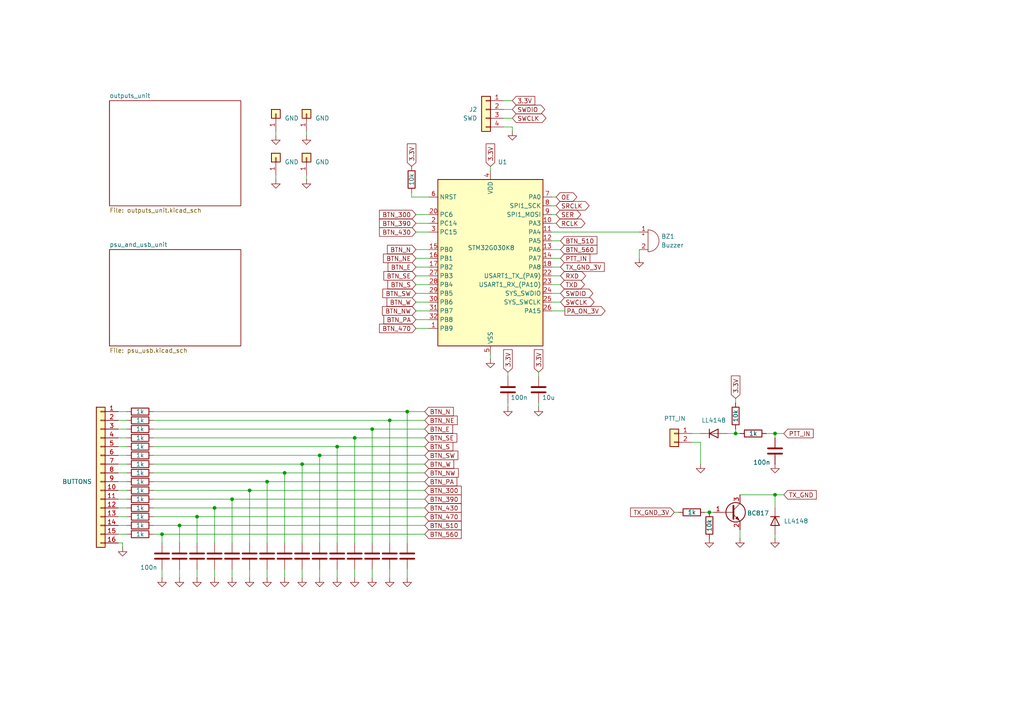
<source format=kicad_sch>
(kicad_sch (version 20250114) (generator "eeschema") (generator_version "9.0")
  (paper "A4")
  (lib_symbols
    (symbol "Connector_Generic:Conn_01x01" (pin_names (offset 1.016) (hide yes))
      (property "Reference" "J" (at 0 2.54 0))
      (property "Value" "Conn_01x01" (at 0 -2.54 0))
      (symbol "Conn_01x01_1_1"
        (rectangle (start -1.27 1.27) (end 1.27 -1.27) (stroke (width 0.254)) (fill (type background)))
        (rectangle (start -1.27 0.127) (end 0 -0.127) (stroke (width 0.1524)))
        (pin passive line (at -5.08 0 0) (length 3.81) (name "Pin_1") (number "1"))
      )
    )
    (symbol "Connector_Generic:Conn_01x02" (pin_names (offset 1.016) (hide yes))
      (property "Reference" "J" (at 0 2.54 0))
      (property "Value" "Conn_01x02" (at 0 -5.08 0))
      (symbol "Conn_01x02_1_1"
        (rectangle (start -1.27 1.27) (end 1.27 -3.81) (stroke (width 0.254)) (fill (type background)))
        (rectangle (start -1.27 0.127) (end 0 -0.127) (stroke (width 0.1524)))
        (rectangle (start -1.27 -2.413) (end 0 -2.667) (stroke (width 0.1524)))
        (pin passive line (at -5.08 0 0) (length 3.81) (name "Pin_1") (number "1"))
        (pin passive line (at -5.08 -2.54 0) (length 3.81) (name "Pin_2") (number "2"))
      )
    )
    (symbol "Connector_Generic:Conn_01x04" (pin_names (offset 1.016) (hide yes))
      (property "Reference" "J" (at 0 5.08 0))
      (property "Value" "Conn_01x04" (at 0 -7.62 0))
      (symbol "Conn_01x04_1_1"
        (rectangle (start -1.27 3.81) (end 1.27 -6.35) (stroke (width 0.254)) (fill (type background)))
        (rectangle (start -1.27 2.667) (end 0 2.413) (stroke (width 0.1524)))
        (rectangle (start -1.27 0.127) (end 0 -0.127) (stroke (width 0.1524)))
        (rectangle (start -1.27 -2.413) (end 0 -2.667) (stroke (width 0.1524)))
        (rectangle (start -1.27 -4.953) (end 0 -5.207) (stroke (width 0.1524)))
        (pin passive line (at -5.08 2.54 0) (length 3.81) (name "Pin_1") (number "1"))
        (pin passive line (at -5.08 0 0) (length 3.81) (name "Pin_2") (number "2"))
        (pin passive line (at -5.08 -2.54 0) (length 3.81) (name "Pin_3") (number "3"))
        (pin passive line (at -5.08 -5.08 0) (length 3.81) (name "Pin_4") (number "4"))
      )
    )
    (symbol "Connector_Generic:Conn_01x16" (pin_names (offset 1.016) (hide yes))
      (property "Reference" "J" (at 0 20.32 0))
      (property "Value" "Conn_01x16" (at 0 -22.86 0))
      (symbol "Conn_01x16_1_1"
        (rectangle (start -1.27 19.05) (end 1.27 -21.59) (stroke (width 0.254)) (fill (type background)))
        (rectangle (start -1.27 17.907) (end 0 17.653) (stroke (width 0.1524)))
        (rectangle (start -1.27 15.367) (end 0 15.113) (stroke (width 0.1524)))
        (rectangle (start -1.27 12.827) (end 0 12.573) (stroke (width 0.1524)))
        (rectangle (start -1.27 10.287) (end 0 10.033) (stroke (width 0.1524)))
        (rectangle (start -1.27 7.747) (end 0 7.493) (stroke (width 0.1524)))
        (rectangle (start -1.27 5.207) (end 0 4.953) (stroke (width 0.1524)))
        (rectangle (start -1.27 2.667) (end 0 2.413) (stroke (width 0.1524)))
        (rectangle (start -1.27 0.127) (end 0 -0.127) (stroke (width 0.1524)))
        (rectangle (start -1.27 -2.413) (end 0 -2.667) (stroke (width 0.1524)))
        (rectangle (start -1.27 -4.953) (end 0 -5.207) (stroke (width 0.1524)))
        (rectangle (start -1.27 -7.493) (end 0 -7.747) (stroke (width 0.1524)))
        (rectangle (start -1.27 -10.033) (end 0 -10.287) (stroke (width 0.1524)))
        (rectangle (start -1.27 -12.573) (end 0 -12.827) (stroke (width 0.1524)))
        (rectangle (start -1.27 -15.113) (end 0 -15.367) (stroke (width 0.1524)))
        (rectangle (start -1.27 -17.653) (end 0 -17.907) (stroke (width 0.1524)))
        (rectangle (start -1.27 -20.193) (end 0 -20.447) (stroke (width 0.1524)))
        (pin passive line (at -5.08 17.78 0) (length 3.81) (name "Pin_1") (number "1"))
        (pin passive line (at -5.08 15.24 0) (length 3.81) (name "Pin_2") (number "2"))
        (pin passive line (at -5.08 12.7 0) (length 3.81) (name "Pin_3") (number "3"))
        (pin passive line (at -5.08 10.16 0) (length 3.81) (name "Pin_4") (number "4"))
        (pin passive line (at -5.08 7.62 0) (length 3.81) (name "Pin_5") (number "5"))
        (pin passive line (at -5.08 5.08 0) (length 3.81) (name "Pin_6") (number "6"))
        (pin passive line (at -5.08 2.54 0) (length 3.81) (name "Pin_7") (number "7"))
        (pin passive line (at -5.08 0 0) (length 3.81) (name "Pin_8") (number "8"))
        (pin passive line (at -5.08 -2.54 0) (length 3.81) (name "Pin_9") (number "9"))
        (pin passive line (at -5.08 -5.08 0) (length 3.81) (name "Pin_10") (number "10"))
        (pin passive line (at -5.08 -7.62 0) (length 3.81) (name "Pin_11") (number "11"))
        (pin passive line (at -5.08 -10.16 0) (length 3.81) (name "Pin_12") (number "12"))
        (pin passive line (at -5.08 -12.7 0) (length 3.81) (name "Pin_13") (number "13"))
        (pin passive line (at -5.08 -15.24 0) (length 3.81) (name "Pin_14") (number "14"))
        (pin passive line (at -5.08 -17.78 0) (length 3.81) (name "Pin_15") (number "15"))
        (pin passive line (at -5.08 -20.32 0) (length 3.81) (name "Pin_16") (number "16"))
      )
    )
    (symbol "Device:Buzzer" (pin_names (offset 0.0254) (hide yes))
      (property "Reference" "BZ" (at 3.81 1.27 0))
      (property "Value" "Buzzer" (at 3.81 -1.27 0))
      (symbol "Buzzer_0_1"
        (polyline (pts (xy -1.651 1.905) (xy -1.143 1.905)))
        (polyline (pts (xy -1.397 2.159) (xy -1.397 1.651)))
        (arc (start 0 3.175) (mid 3.1612 0) (end 0 -3.175))
        (polyline (pts (xy 0 3.175) (xy 0 -3.175)))
      )
      (symbol "Buzzer_1_1"
        (pin passive line (at -2.54 2.54 0) (length 2.54) (name "+") (number "1"))
        (pin passive line (at -2.54 -2.54 0) (length 2.54) (name "-") (number "2"))
      )
    )
    (symbol "Device:C" (pin_numbers (hide yes)) (pin_names (offset 0.254))
      (property "Reference" "C" (at 0.635 2.54 0))
      (property "Value" "C" (at 0.635 -2.54 0))
      (symbol "C_0_1"
        (polyline (pts (xy -2.032 0.762) (xy 2.032 0.762)) (stroke (width 0.508)))
        (polyline (pts (xy -2.032 -0.762) (xy 2.032 -0.762)) (stroke (width 0.508)))
      )
      (symbol "C_1_1"
        (pin passive line (at 0 3.81 270) (length 2.794) (name "~") (number "1"))
        (pin passive line (at 0 -3.81 90) (length 2.794) (name "~") (number "2"))
      )
    )
    (symbol "Device:R" (pin_numbers (hide yes)) (pin_names (offset 0))
      (property "Reference" "R" (at 2.032 0 90))
      (property "Value" "R" (at 0 0 90))
      (symbol "R_0_1"
        (rectangle (start -1.016 -2.54) (end 1.016 2.54) (stroke (width 0.254)))
      )
      (symbol "R_1_1"
        (pin passive line (at 0 3.81 270) (length 1.27) (name "~") (number "1"))
        (pin passive line (at 0 -3.81 90) (length 1.27) (name "~") (number "2"))
      )
    )
    (symbol "Diode:LL4148" (pin_numbers (hide yes)) (pin_names (hide yes))
      (property "Reference" "D" (at 0 2.54 0))
      (property "Value" "LL4148" (at 0 -2.54 0))
      (symbol "LL4148_0_1"
        (polyline (pts (xy -1.27 1.27) (xy -1.27 -1.27)) (stroke (width 0.254)))
        (polyline (pts (xy 1.27 1.27) (xy 1.27 -1.27) (xy -1.27 0) (xy 1.27 1.27)) (stroke (width 0.254)))
        (polyline (pts (xy 1.27 0) (xy -1.27 0)))
      )
      (symbol "LL4148_1_1"
        (pin passive line (at -3.81 0 0) (length 2.54) (name "K") (number "1"))
        (pin passive line (at 3.81 0 180) (length 2.54) (name "A") (number "2"))
      )
    )
    (symbol "MCU_ST_STM32G0:STM32G030K8Tx"
      (property "Reference" "U" (at -15.24 26.67 0))
      (property "Value" "STM32G030K8Tx" (at 2.54 26.67 0))
      (symbol "STM32G030K8Tx_0_1"
        (rectangle (start -15.24 -22.86) (end 15.24 25.4) (stroke (width 0.254)) (fill (type background)))
      )
      (symbol "STM32G030K8Tx_1_1"
        (pin input line (at -17.78 20.32 0) (length 2.54) (name "NRST") (number "6"))
        (pin bidirectional line (at -17.78 15.24 0) (length 2.54) (name "PC6") (number "20"))
        (pin bidirectional line (at -17.78 12.7 0) (length 2.54) (name "PC14") (number "2"))
        (pin bidirectional line (at -17.78 10.16 0) (length 2.54) (name "PC15") (number "3"))
        (pin bidirectional line (at -17.78 5.08 0) (length 2.54) (name "PB0") (number "15"))
        (pin bidirectional line (at -17.78 2.54 0) (length 2.54) (name "PB1") (number "16"))
        (pin bidirectional line (at -17.78 0 0) (length 2.54) (name "PB2") (number "17"))
        (pin bidirectional line (at -17.78 -2.54 0) (length 2.54) (name "PB3") (number "27") (alternate "SPI1_SCK" bidirectional line))
        (pin bidirectional line (at -17.78 -5.08 0) (length 2.54) (name "PB4") (number "28"))
        (pin bidirectional line (at -17.78 -7.62 0) (length 2.54) (name "PB5") (number "29") (alternate "SPI1_MOSI" bidirectional line))
        (pin bidirectional line (at -17.78 -10.16 0) (length 2.54) (name "PB6") (number "30"))
        (pin bidirectional line (at -17.78 -12.7 0) (length 2.54) (name "PB7") (number "31"))
        (pin bidirectional line (at -17.78 -15.24 0) (length 2.54) (name "PB8") (number "32"))
        (pin bidirectional line (at -17.78 -17.78 0) (length 2.54) (name "PB9") (number "1"))
        (pin no_connect line (at -15.24 -20.32 0) (length 2.54) (hide yes) (name "NC/PA10") (number "21") (alternate "USART1_RX (PA10)" bidirectional line))
        (pin no_connect line (at -15.24 -22.86 0) (length 2.54) (hide yes) (name "NC/PA9") (number "19") (alternate "USART1_TX (PA9)" bidirectional line))
        (pin power_in line (at 0 27.94 270) (length 2.54) (name "VDD") (number "4"))
        (pin power_in line (at 0 -25.4 90) (length 2.54) (name "VSS") (number "5"))
        (pin bidirectional line (at 17.78 20.32 180) (length 2.54) (name "PA0") (number "7"))
        (pin bidirectional line (at 17.78 17.78 180) (length 2.54) (name "PA1") (number "8") (alternate "SPI1_SCK" bidirectional line))
        (pin bidirectional line (at 17.78 15.24 180) (length 2.54) (name "PA2") (number "9") (alternate "SPI1_MOSI" bidirectional line))
        (pin bidirectional line (at 17.78 12.7 180) (length 2.54) (name "PA3") (number "10"))
        (pin bidirectional line (at 17.78 10.16 180) (length 2.54) (name "PA4") (number "11"))
        (pin bidirectional line (at 17.78 7.62 180) (length 2.54) (name "PA5") (number "12") (alternate "SPI1_SCK" bidirectional line))
        (pin bidirectional line (at 17.78 5.08 180) (length 2.54) (name "PA6") (number "13"))
        (pin bidirectional line (at 17.78 2.54 180) (length 2.54) (name "PA7") (number "14") (alternate "SPI1_MOSI" bidirectional line))
        (pin bidirectional line (at 17.78 0 180) (length 2.54) (name "PA8") (number "18"))
        (pin bidirectional line (at 17.78 -2.54 180) (length 2.54) (name "PA9/PA11") (number "22") (alternate "USART1_TX (PA9)" bidirectional line))
        (pin bidirectional line (at 17.78 -5.08 180) (length 2.54) (name "PA10/PA12") (number "23") (alternate "USART1_RX (PA10)" bidirectional line))
        (pin bidirectional line (at 17.78 -7.62 180) (length 2.54) (name "PA13") (number "24") (alternate "SYS_SWDIO" bidirectional line))
        (pin bidirectional line (at 17.78 -10.16 180) (length 2.54) (name "PA14") (number "25") (alternate "SYS_SWCLK" bidirectional line))
        (pin bidirectional line (at 17.78 -12.7 180) (length 2.54) (name "PA15") (number "26"))
      )
    )
    (symbol "Transistor_BJT:BC817" (pin_names (offset 0) (hide yes))
      (property "Reference" "Q" (at 5.08 1.905 0))
      (property "Value" "BC817" (at 5.08 0 0))
      (symbol "BC817_0_1"
        (polyline (pts (xy -2.54 0) (xy 0.635 0)))
        (polyline (pts (xy 0.635 1.905) (xy 0.635 -1.905)) (stroke (width 0.508)))
        (circle (center 1.27 0) (radius 2.8194) (stroke (width 0.254)))
      )
      (symbol "BC817_1_1"
        (polyline (pts (xy 0.635 0.635) (xy 2.54 2.54)))
        (polyline (pts (xy 0.635 -0.635) (xy 2.54 -2.54)))
        (polyline (pts (xy 1.27 -1.778) (xy 1.778 -1.27) (xy 2.286 -2.286) (xy 1.27 -1.778)) (fill (type outline)))
        (pin input line (at -5.08 0 0) (length 2.54) (name "B") (number "1"))
        (pin passive line (at 2.54 5.08 270) (length 2.54) (name "C") (number "3"))
        (pin passive line (at 2.54 -5.08 90) (length 2.54) (name "E") (number "2"))
      )
    )
    (symbol "power:GND" (power) (pin_numbers (hide yes)) (pin_names (offset 0) (hide yes))
      (property "Value" "GND" (at 0 -3.81 0))
      (symbol "GND_0_1"
        (polyline (pts (xy 0 0) (xy 0 -1.27) (xy 1.27 -1.27) (xy 0 -2.54) (xy -1.27 -1.27) (xy 0 -1.27)))
      )
      (symbol "GND_1_1"
        (pin power_in line (at 0 0 270) (length 0) (name "~") (number "1"))
      )
    )
  )
  (junction (at 67.31 144.78))
  (junction (at 57.15 149.86))
  (junction (at 52.07 152.4))
  (junction (at 46.99 154.94))
  (junction (at 102.87 127))
  (junction (at 118.11 119.38))
  (junction (at 92.71 132.08))
  (junction (at 62.23 147.32))
  (junction (at 224.79 125.73))
  (junction (at 82.55 137.16))
  (junction (at 113.03 121.92))
  (junction (at 107.95 124.46))
  (junction (at 213.36 125.73))
  (junction (at 87.63 134.62))
  (junction (at 97.79 129.54))
  (junction (at 205.74 148.59))
  (junction (at 72.39 142.24))
  (junction (at 224.79 143.51))
  (junction (at 77.47 139.7))
  (wire (pts (xy 44.45 132.08) (xy 92.71 132.08)))
  (wire (pts (xy 146.05 34.29) (xy 148.59 34.29)))
  (wire (pts (xy 160.02 72.39) (xy 162.56 72.39)))
  (wire (pts (xy 204.47 148.59) (xy 205.74 148.59)))
  (wire (pts (xy 34.29 147.32) (xy 36.83 147.32)))
  (wire (pts (xy 72.39 142.24) (xy 123.19 142.24)))
  (wire (pts (xy 160.02 69.85) (xy 162.56 69.85)))
  (wire (pts (xy 92.71 132.08) (xy 123.19 132.08)))
  (wire (pts (xy 120.65 95.25) (xy 124.46 95.25)))
  (wire (pts (xy 120.65 92.71) (xy 124.46 92.71)))
  (wire (pts (xy 124.46 57.15) (xy 119.38 57.15)))
  (wire (pts (xy 120.65 67.31) (xy 124.46 67.31)))
  (wire (pts (xy 34.29 129.54) (xy 36.83 129.54)))
  (wire (pts (xy 102.87 165.1) (xy 102.87 167.64)))
  (wire (pts (xy 34.29 154.94) (xy 36.83 154.94)))
  (wire (pts (xy 113.03 121.92) (xy 123.19 121.92)))
  (wire (pts (xy 113.03 121.92) (xy 113.03 157.48)))
  (wire (pts (xy 62.23 165.1) (xy 62.23 167.64)))
  (wire (pts (xy 44.45 154.94) (xy 46.99 154.94)))
  (wire (pts (xy 87.63 165.1) (xy 87.63 167.64)))
  (wire (pts (xy 146.05 31.75) (xy 148.59 31.75)))
  (wire (pts (xy 224.79 143.51) (xy 227.33 143.51)))
  (wire (pts (xy 156.21 107.95) (xy 156.21 109.22)))
  (wire (pts (xy 44.45 124.46) (xy 107.95 124.46)))
  (wire (pts (xy 35.56 157.48) (xy 35.56 158.75)))
  (wire (pts (xy 213.36 125.73) (xy 210.82 125.73)))
  (wire (pts (xy 44.45 134.62) (xy 87.63 134.62)))
  (wire (pts (xy 200.66 125.73) (xy 203.2 125.73)))
  (wire (pts (xy 205.74 148.59) (xy 207.01 148.59)))
  (wire (pts (xy 34.29 119.38) (xy 36.83 119.38)))
  (wire (pts (xy 185.42 72.39) (xy 185.42 74.93)))
  (wire (pts (xy 161.29 57.15) (xy 160.02 57.15)))
  (wire (pts (xy 77.47 165.1) (xy 77.47 167.64)))
  (wire (pts (xy 97.79 129.54) (xy 97.79 157.48)))
  (wire (pts (xy 87.63 134.62) (xy 87.63 157.48)))
  (wire (pts (xy 44.45 137.16) (xy 82.55 137.16)))
  (wire (pts (xy 92.71 132.08) (xy 92.71 157.48)))
  (wire (pts (xy 44.45 119.38) (xy 118.11 119.38)))
  (wire (pts (xy 102.87 127) (xy 123.19 127)))
  (wire (pts (xy 34.29 152.4) (xy 36.83 152.4)))
  (wire (pts (xy 44.45 147.32) (xy 62.23 147.32)))
  (wire (pts (xy 160.02 77.47) (xy 162.56 77.47)))
  (wire (pts (xy 120.65 62.23) (xy 124.46 62.23)))
  (wire (pts (xy 120.65 82.55) (xy 124.46 82.55)))
  (wire (pts (xy 88.9 38.1) (xy 88.9 39.37)))
  (wire (pts (xy 107.95 124.46) (xy 107.95 157.48)))
  (wire (pts (xy 146.05 29.21) (xy 148.59 29.21)))
  (wire (pts (xy 162.56 85.09) (xy 160.02 85.09)))
  (wire (pts (xy 57.15 149.86) (xy 57.15 157.48)))
  (wire (pts (xy 200.66 128.27) (xy 203.2 128.27)))
  (wire (pts (xy 102.87 127) (xy 102.87 157.48)))
  (wire (pts (xy 160.02 67.31) (xy 185.42 67.31)))
  (wire (pts (xy 44.45 144.78) (xy 67.31 144.78)))
  (wire (pts (xy 67.31 157.48) (xy 67.31 144.78)))
  (wire (pts (xy 161.29 64.77) (xy 160.02 64.77)))
  (wire (pts (xy 34.29 157.48) (xy 35.56 157.48)))
  (wire (pts (xy 67.31 144.78) (xy 123.19 144.78)))
  (wire (pts (xy 62.23 147.32) (xy 62.23 157.48)))
  (wire (pts (xy 162.56 82.55) (xy 160.02 82.55)))
  (wire (pts (xy 34.29 134.62) (xy 36.83 134.62)))
  (wire (pts (xy 224.79 125.73) (xy 224.79 127)))
  (wire (pts (xy 34.29 121.92) (xy 36.83 121.92)))
  (wire (pts (xy 162.56 80.01) (xy 160.02 80.01)))
  (wire (pts (xy 118.11 157.48) (xy 118.11 119.38)))
  (wire (pts (xy 34.29 142.24) (xy 36.83 142.24)))
  (wire (pts (xy 161.29 62.23) (xy 160.02 62.23)))
  (wire (pts (xy 52.07 152.4) (xy 123.19 152.4)))
  (wire (pts (xy 214.63 153.67) (xy 214.63 156.21)))
  (wire (pts (xy 224.79 154.94) (xy 224.79 156.21)))
  (wire (pts (xy 44.45 149.86) (xy 57.15 149.86)))
  (wire (pts (xy 34.29 139.7) (xy 36.83 139.7)))
  (wire (pts (xy 113.03 165.1) (xy 113.03 167.64)))
  (wire (pts (xy 224.79 143.51) (xy 224.79 147.32)))
  (wire (pts (xy 34.29 127) (xy 36.83 127)))
  (wire (pts (xy 160.02 74.93) (xy 162.56 74.93)))
  (wire (pts (xy 57.15 165.1) (xy 57.15 167.64)))
  (wire (pts (xy 72.39 165.1) (xy 72.39 167.64)))
  (wire (pts (xy 46.99 154.94) (xy 123.19 154.94)))
  (wire (pts (xy 82.55 165.1) (xy 82.55 167.64)))
  (wire (pts (xy 147.32 107.95) (xy 147.32 109.22)))
  (wire (pts (xy 57.15 149.86) (xy 123.19 149.86)))
  (wire (pts (xy 222.25 125.73) (xy 224.79 125.73)))
  (wire (pts (xy 120.65 64.77) (xy 124.46 64.77)))
  (wire (pts (xy 82.55 137.16) (xy 82.55 157.48)))
  (wire (pts (xy 162.56 87.63) (xy 160.02 87.63)))
  (wire (pts (xy 92.71 165.1) (xy 92.71 167.64)))
  (wire (pts (xy 97.79 129.54) (xy 123.19 129.54)))
  (wire (pts (xy 161.29 59.69) (xy 160.02 59.69)))
  (wire (pts (xy 160.02 90.17) (xy 163.83 90.17)))
  (wire (pts (xy 80.01 50.8) (xy 80.01 52.07)))
  (wire (pts (xy 224.79 125.73) (xy 227.33 125.73)))
  (wire (pts (xy 97.79 165.1) (xy 97.79 167.64)))
  (wire (pts (xy 107.95 165.1) (xy 107.95 167.64)))
  (wire (pts (xy 156.21 116.84) (xy 156.21 118.11)))
  (wire (pts (xy 82.55 137.16) (xy 123.19 137.16)))
  (wire (pts (xy 72.39 142.24) (xy 72.39 157.48)))
  (wire (pts (xy 62.23 147.32) (xy 123.19 147.32)))
  (wire (pts (xy 77.47 139.7) (xy 77.47 157.48)))
  (wire (pts (xy 44.45 127) (xy 102.87 127)))
  (wire (pts (xy 142.24 102.87) (xy 142.24 104.14)))
  (wire (pts (xy 120.65 90.17) (xy 124.46 90.17)))
  (wire (pts (xy 87.63 134.62) (xy 123.19 134.62)))
  (wire (pts (xy 146.05 36.83) (xy 148.59 36.83)))
  (wire (pts (xy 67.31 165.1) (xy 67.31 167.64)))
  (wire (pts (xy 213.36 115.57) (xy 213.36 116.84)))
  (wire (pts (xy 88.9 50.8) (xy 88.9 52.07)))
  (wire (pts (xy 120.65 80.01) (xy 124.46 80.01)))
  (wire (pts (xy 44.45 142.24) (xy 72.39 142.24)))
  (wire (pts (xy 34.29 124.46) (xy 36.83 124.46)))
  (wire (pts (xy 52.07 152.4) (xy 52.07 157.48)))
  (wire (pts (xy 119.38 57.15) (xy 119.38 55.88)))
  (wire (pts (xy 46.99 165.1) (xy 46.99 167.64)))
  (wire (pts (xy 120.65 72.39) (xy 124.46 72.39)))
  (wire (pts (xy 44.45 121.92) (xy 113.03 121.92)))
  (wire (pts (xy 148.59 36.83) (xy 148.59 38.1)))
  (wire (pts (xy 120.65 87.63) (xy 124.46 87.63)))
  (wire (pts (xy 46.99 154.94) (xy 46.99 157.48)))
  (wire (pts (xy 213.36 125.73) (xy 214.63 125.73)))
  (wire (pts (xy 77.47 139.7) (xy 123.19 139.7)))
  (wire (pts (xy 80.01 38.1) (xy 80.01 39.37)))
  (wire (pts (xy 34.29 137.16) (xy 36.83 137.16)))
  (wire (pts (xy 34.29 144.78) (xy 36.83 144.78)))
  (wire (pts (xy 142.24 48.26) (xy 142.24 49.53)))
  (wire (pts (xy 44.45 152.4) (xy 52.07 152.4)))
  (wire (pts (xy 52.07 165.1) (xy 52.07 167.64)))
  (wire (pts (xy 120.65 77.47) (xy 124.46 77.47)))
  (wire (pts (xy 120.65 85.09) (xy 124.46 85.09)))
  (wire (pts (xy 107.95 124.46) (xy 123.19 124.46)))
  (wire (pts (xy 44.45 129.54) (xy 97.79 129.54)))
  (wire (pts (xy 147.32 116.84) (xy 147.32 118.11)))
  (wire (pts (xy 34.29 149.86) (xy 36.83 149.86)))
  (wire (pts (xy 214.63 143.51) (xy 224.79 143.51)))
  (wire (pts (xy 44.45 139.7) (xy 77.47 139.7)))
  (wire (pts (xy 120.65 74.93) (xy 124.46 74.93)))
  (wire (pts (xy 34.29 132.08) (xy 36.83 132.08)))
  (wire (pts (xy 203.2 134.62) (xy 203.2 128.27)))
  (wire (pts (xy 118.11 165.1) (xy 118.11 167.64)))
  (wire (pts (xy 195.58 148.59) (xy 196.85 148.59)))
  (wire (pts (xy 213.36 124.46) (xy 213.36 125.73)))
  (wire (pts (xy 118.11 119.38) (xy 123.19 119.38)))
  (global_label "BTN_S" (shape input) (at 123.19 129.54 0) (property "Intersheetrefs" "${INTERSHEET_REFS}" (effects (hide yes))))
  (global_label "BTN_SE" (shape input) (at 120.65 80.01 180) (property "Intersheetrefs" "${INTERSHEET_REFS}" (effects (hide yes))))
  (global_label "BTN_SE" (shape input) (at 123.19 127 0) (property "Intersheetrefs" "${INTERSHEET_REFS}" (effects (hide yes))))
  (global_label "BTN_NE" (shape input) (at 120.65 74.93 180) (property "Intersheetrefs" "${INTERSHEET_REFS}" (effects (hide yes))))
  (global_label "BTN_300" (shape input) (at 120.65 62.23 180) (property "Intersheetrefs" "${INTERSHEET_REFS}" (effects (hide yes))))
  (global_label "PTT_IN" (shape input) (at 227.33 125.73 0) (property "Intersheetrefs" "${INTERSHEET_REFS}" (effects (hide yes))))
  (global_label "BTN_N" (shape input) (at 120.65 72.39 180) (property "Intersheetrefs" "${INTERSHEET_REFS}" (effects (hide yes))))
  (global_label "3.3V" (shape input) (at 148.59 29.21 0) (property "Intersheetrefs" "${INTERSHEET_REFS}" (effects (hide yes))))
  (global_label "BTN_510" (shape input) (at 162.56 69.85 0) (property "Intersheetrefs" "${INTERSHEET_REFS}" (effects (hide yes))))
  (global_label "BTN_W" (shape input) (at 120.65 87.63 180) (property "Intersheetrefs" "${INTERSHEET_REFS}" (effects (hide yes))))
  (global_label "BTN_430" (shape input) (at 123.19 147.32 0) (property "Intersheetrefs" "${INTERSHEET_REFS}" (effects (hide yes))))
  (global_label "SRCLK" (shape bidirectional) (at 161.29 59.69 0) (property "Intersheetrefs" "${INTERSHEET_REFS}" (effects (hide yes))))
  (global_label "BTN_300" (shape input) (at 123.19 142.24 0) (property "Intersheetrefs" "${INTERSHEET_REFS}" (effects (hide yes))))
  (global_label "BTN_430" (shape input) (at 120.65 67.31 180) (property "Intersheetrefs" "${INTERSHEET_REFS}" (effects (hide yes))))
  (global_label "BTN_W" (shape input) (at 123.19 134.62 0) (property "Intersheetrefs" "${INTERSHEET_REFS}" (effects (hide yes))))
  (global_label "BTN_SW" (shape input) (at 123.19 132.08 0) (property "Intersheetrefs" "${INTERSHEET_REFS}" (effects (hide yes))))
  (global_label "BTN_N" (shape input) (at 123.19 119.38 0) (property "Intersheetrefs" "${INTERSHEET_REFS}" (effects (hide yes))))
  (global_label "RCLK" (shape bidirectional) (at 161.29 64.77 0) (property "Intersheetrefs" "${INTERSHEET_REFS}" (effects (hide yes))))
  (global_label "BTN_NW" (shape input) (at 123.19 137.16 0) (property "Intersheetrefs" "${INTERSHEET_REFS}" (effects (hide yes))))
  (global_label "BTN_470" (shape input) (at 123.19 149.86 0) (property "Intersheetrefs" "${INTERSHEET_REFS}" (effects (hide yes))))
  (global_label "3.3V" (shape input) (at 147.32 107.95 90) (property "Intersheetrefs" "${INTERSHEET_REFS}" (effects (hide yes))))
  (global_label "BTN_510" (shape input) (at 123.19 152.4 0) (property "Intersheetrefs" "${INTERSHEET_REFS}" (effects (hide yes))))
  (global_label "PTT_IN" (shape input) (at 162.56 74.93 0) (property "Intersheetrefs" "${INTERSHEET_REFS}" (effects (hide yes))))
  (global_label "BTN_NE" (shape input) (at 123.19 121.92 0) (property "Intersheetrefs" "${INTERSHEET_REFS}" (effects (hide yes))))
  (global_label "BTN_NW" (shape input) (at 120.65 90.17 180) (property "Intersheetrefs" "${INTERSHEET_REFS}" (effects (hide yes))))
  (global_label "BTN_390" (shape input) (at 123.19 144.78 0) (property "Intersheetrefs" "${INTERSHEET_REFS}" (effects (hide yes))))
  (global_label "RXD" (shape bidirectional) (at 162.56 80.01 0) (property "Intersheetrefs" "${INTERSHEET_REFS}" (effects (hide yes))))
  (global_label "TXD" (shape bidirectional) (at 162.56 82.55 0) (property "Intersheetrefs" "${INTERSHEET_REFS}" (effects (hide yes))))
  (global_label "BTN_SW" (shape input) (at 120.65 85.09 180) (property "Intersheetrefs" "${INTERSHEET_REFS}" (effects (hide yes))))
  (global_label "BTN_PA" (shape input) (at 120.65 92.71 180) (property "Intersheetrefs" "${INTERSHEET_REFS}" (effects (hide yes))))
  (global_label "TX_GND" (shape input) (at 227.33 143.51 0) (property "Intersheetrefs" "${INTERSHEET_REFS}" (effects (hide yes))))
  (global_label "3.3V" (shape input) (at 156.21 107.95 90) (property "Intersheetrefs" "${INTERSHEET_REFS}" (effects (hide yes))))
  (global_label "BTN_S" (shape input) (at 120.65 82.55 180) (property "Intersheetrefs" "${INTERSHEET_REFS}" (effects (hide yes))))
  (global_label "SWDIO" (shape bidirectional) (at 162.56 85.09 0) (property "Intersheetrefs" "${INTERSHEET_REFS}" (effects (hide yes))))
  (global_label "TX_GND_3V" (shape input) (at 195.58 148.59 180) (property "Intersheetrefs" "${INTERSHEET_REFS}" (effects (hide yes))))
  (global_label "OE" (shape bidirectional) (at 161.29 57.15 0) (property "Intersheetrefs" "${INTERSHEET_REFS}" (effects (hide yes))))
  (global_label "BTN_560" (shape input) (at 162.56 72.39 0) (property "Intersheetrefs" "${INTERSHEET_REFS}" (effects (hide yes))))
  (global_label "SWCLK" (shape bidirectional) (at 162.56 87.63 0) (property "Intersheetrefs" "${INTERSHEET_REFS}" (effects (hide yes))))
  (global_label "TX_GND_3V" (shape input) (at 162.56 77.47 0) (property "Intersheetrefs" "${INTERSHEET_REFS}" (effects (hide yes))))
  (global_label "3.3V" (shape input) (at 142.24 48.26 90) (property "Intersheetrefs" "${INTERSHEET_REFS}" (effects (hide yes))))
  (global_label "SWCLK" (shape bidirectional) (at 148.59 34.29 0) (property "Intersheetrefs" "${INTERSHEET_REFS}" (effects (hide yes))))
  (global_label "BTN_390" (shape input) (at 120.65 64.77 180) (property "Intersheetrefs" "${INTERSHEET_REFS}" (effects (hide yes))))
  (global_label "BTN_470" (shape input) (at 120.65 95.25 180) (property "Intersheetrefs" "${INTERSHEET_REFS}" (effects (hide yes))))
  (global_label "SER" (shape bidirectional) (at 161.29 62.23 0) (property "Intersheetrefs" "${INTERSHEET_REFS}" (effects (hide yes))))
  (global_label "BTN_E" (shape input) (at 120.65 77.47 180) (property "Intersheetrefs" "${INTERSHEET_REFS}" (effects (hide yes))))
  (global_label "BTN_PA" (shape input) (at 123.19 139.7 0) (property "Intersheetrefs" "${INTERSHEET_REFS}" (effects (hide yes))))
  (global_label "BTN_E" (shape input) (at 123.19 124.46 0) (property "Intersheetrefs" "${INTERSHEET_REFS}" (effects (hide yes))))
  (global_label "3.3V" (shape input) (at 213.36 115.57 90) (property "Intersheetrefs" "${INTERSHEET_REFS}" (effects (hide yes))))
  (global_label "BTN_560" (shape input) (at 123.19 154.94 0) (property "Intersheetrefs" "${INTERSHEET_REFS}" (effects (hide yes))))
  (global_label "SWDIO" (shape bidirectional) (at 148.59 31.75 0) (property "Intersheetrefs" "${INTERSHEET_REFS}" (effects (hide yes))))
  (global_label "3.3V" (shape input) (at 119.38 48.26 90) (property "Intersheetrefs" "${INTERSHEET_REFS}" (effects (hide yes))))
  (global_label "PA_ON_3V" (shape output) (at 163.83 90.17 0) (property "Intersheetrefs" "${INTERSHEET_REFS}" (effects (hide yes))))
  (symbol (lib_id "Device:C") (at 147.32 113.03 0) (unit 1)
    (property "Reference" "C16" (effects (hide yes)))
    (property "Value" "100n" (at 148.082 115.316 0) (effects (justify left)))
    (property "Footprint" "Capacitor_SMD:C_1206_3216Metric_Pad1.33x1.80mm_HandSolder" (effects (hide yes)))
    (property "Description" "Unpolarized capacitor" (effects (hide yes)))
  )
  (symbol (lib_id "Device:R") (at 40.64 124.46 270) (unit 1)
    (property "Reference" "R3" (effects (hide yes)))
    (property "Value" "1k" (at 40.64 124.46 90))
    (property "Footprint" "Resistor_SMD:R_1206_3216Metric" (effects (hide yes)))
    (property "Description" "Resistor" (effects (hide yes)))
  )
  (symbol (lib_id "Device:Buzzer") (at 187.96 69.85 0) (unit 1)
    (property "Reference" "BZ1" (at 191.77 68.5799 0) (effects (justify left)))
    (property "Value" "Buzzer" (at 191.77 71.1199 0) (effects (justify left)))
    (property "Footprint" "Buzzer_Beeper:Buzzer_12x9.5RM7.6" (effects (hide yes)))
    (property "Description" "Buzzer, polarized" (effects (hide yes)))
  )
  (symbol (lib_id "Device:C") (at 82.55 161.29 0) (unit 1)
    (property "Reference" "C8" (effects (hide yes)))
    (property "Value" "100n" (effects (hide yes)))
    (property "Footprint" "Capacitor_SMD:C_1206_3216Metric_Pad1.33x1.80mm_HandSolder" (effects (hide yes)))
    (property "Description" "Unpolarized capacitor" (effects (hide yes)))
  )
  (symbol (lib_id "power:GND") (at 88.9 39.37 0) (unit 1)
    (property "Reference" "#PWR064" (effects (hide yes)))
    (property "Value" "GND" (effects (hide yes)))
    (property "Description" "Power symbol creates a global label with name \"GND\" , ground" (effects (hide yes)))
  )
  (symbol (lib_id "Device:C") (at 46.99 161.29 0) (unit 1)
    (property "Reference" "C1" (effects (hide yes)))
    (property "Value" "100n" (at 40.64 164.592 0) (effects (justify left)))
    (property "Footprint" "Capacitor_SMD:C_1206_3216Metric_Pad1.33x1.80mm_HandSolder" (effects (hide yes)))
    (property "Description" "Unpolarized capacitor" (effects (hide yes)))
  )
  (symbol (lib_id "power:GND") (at 203.2 134.62 0) (unit 1)
    (property "Reference" "#PWR057" (effects (hide yes)))
    (property "Value" "GND" (effects (hide yes)))
    (property "Description" "Power symbol creates a global label with name \"GND\" , ground" (effects (hide yes)))
  )
  (symbol (lib_id "MCU_ST_STM32G0:STM32G030K8Tx") (at 142.24 77.47 0) (unit 1)
    (property "Reference" "U1" (at 144.3833 46.99 0) (effects (justify left)))
    (property "Value" "STM32G030K8" (at 135.636 71.882 0) (effects (justify left)))
    (property "Footprint" "Package_QFP:LQFP-32_7x7mm_P0.8mm" (effects (hide yes)))
    (property "Datasheet" "https://www.st.com/resource/en/datasheet/stm32g030k8.pdf" (effects (hide yes)))
    (property "Description" "STMicroelectronics Arm Cortex-M0+ MCU, 64KB flash, 8KB RAM, 64 MHz, 2.0-3.6V, 29 GPIO, LQFP32" (effects (hide yes)))
    (pin "19" (alternate "USART1_TX (PA9)"))
    (pin "25" (alternate "SYS_SWCLK"))
    (pin "8" (alternate "SPI1_SCK"))
    (pin "9" (alternate "SPI1_MOSI"))
    (pin "24" (alternate "SYS_SWDIO"))
    (pin "22" (alternate "USART1_TX (PA9)"))
    (pin "23" (alternate "USART1_RX (PA10)"))
    (pin "21" (alternate "USART1_RX (PA10)"))
  )
  (symbol (lib_id "Device:C") (at 77.47 161.29 0) (unit 1)
    (property "Reference" "C7" (effects (hide yes)))
    (property "Value" "100n" (effects (hide yes)))
    (property "Footprint" "Capacitor_SMD:C_1206_3216Metric_Pad1.33x1.80mm_HandSolder" (effects (hide yes)))
    (property "Description" "Unpolarized capacitor" (effects (hide yes)))
  )
  (symbol (lib_id "Device:R") (at 205.74 152.4 180) (unit 1)
    (property "Reference" "R35" (effects (hide yes)))
    (property "Value" "10k" (at 205.74 152.4 90))
    (property "Footprint" "Resistor_SMD:R_1206_3216Metric" (effects (hide yes)))
    (property "Description" "Resistor" (effects (hide yes)))
  )
  (symbol (lib_id "Diode:LL4148") (at 207.01 125.73 0) (unit 1)
    (property "Reference" "D3" (effects (hide yes)))
    (property "Value" "LL4148" (at 207.01 121.92 0))
    (property "Footprint" "Diode_SMD:D_MiniMELF" (effects (hide yes)))
    (property "Datasheet" "http://www.vishay.com/docs/85557/ll4148.pdf" (effects (hide yes)))
    (property "Description" "100V 0.15A standard switching diode, MiniMELF" (effects (hide yes)))
    (property "Sim.Device" "D" (effects (hide yes)))
    (property "Sim.Pins" "1=K 2=A" (effects (hide yes)))
  )
  (symbol (lib_id "power:GND") (at 224.79 134.62 0) (unit 1)
    (property "Reference" "#PWR058" (effects (hide yes)))
    (property "Value" "GND" (effects (hide yes)))
    (property "Description" "Power symbol creates a global label with name \"GND\" , ground" (effects (hide yes)))
  )
  (symbol (lib_id "Connector_Generic:Conn_01x04") (at 140.97 31.75 0) (mirror y) (unit 1)
    (property "Reference" "J2" (at 138.43 31.7499 0) (effects (justify left)))
    (property "Value" "SWD" (at 138.43 34.2899 0) (effects (justify left)))
    (property "Footprint" "Connector_PinSocket_2.54mm:PinSocket_1x04_P2.54mm_Vertical" (effects (hide yes)))
    (property "Description" "Generic connector, single row, 01x04, script generated (kicad-library-utils/schlib/autogen/connector/)" (effects (hide yes)))
  )
  (symbol (lib_id "Connector_Generic:Conn_01x02") (at 195.58 125.73 0) (mirror y) (unit 1)
    (property "Reference" "J3" (effects (hide yes)))
    (property "Value" "PTT_IN" (at 198.882 121.412 0) (effects (justify left)))
    (property "Footprint" "Connector_PinHeader_2.54mm:PinHeader_1x02_P2.54mm_Vertical" (effects (hide yes)))
    (property "Description" "Generic connector, single row, 01x02, script generated (kicad-library-utils/schlib/autogen/connector/)" (effects (hide yes)))
  )
  (symbol (lib_id "Device:R") (at 40.64 137.16 270) (unit 1)
    (property "Reference" "R8" (effects (hide yes)))
    (property "Value" "1k" (at 40.64 137.16 90))
    (property "Footprint" "Resistor_SMD:R_1206_3216Metric" (effects (hide yes)))
    (property "Description" "Resistor" (effects (hide yes)))
  )
  (symbol (lib_id "Device:R") (at 40.64 144.78 270) (unit 1)
    (property "Reference" "R11" (effects (hide yes)))
    (property "Value" "1k" (at 40.64 144.78 90))
    (property "Footprint" "Resistor_SMD:R_1206_3216Metric" (effects (hide yes)))
    (property "Description" "Resistor" (effects (hide yes)))
  )
  (symbol (lib_id "power:GND") (at 142.24 104.14 0) (unit 1)
    (property "Reference" "#PWR017" (effects (hide yes)))
    (property "Value" "GND" (effects (hide yes)))
    (property "Description" "Power symbol creates a global label with name \"GND\" , ground" (effects (hide yes)))
  )
  (symbol (lib_id "power:GND") (at 88.9 52.07 0) (unit 1)
    (property "Reference" "#PWR063" (effects (hide yes)))
    (property "Value" "GND" (effects (hide yes)))
    (property "Description" "Power symbol creates a global label with name \"GND\" , ground" (effects (hide yes)))
  )
  (symbol (lib_id "Device:R") (at 119.38 52.07 180) (unit 1)
    (property "Reference" "R16" (effects (hide yes)))
    (property "Value" "10k" (at 119.38 52.07 90))
    (property "Footprint" "Resistor_SMD:R_1206_3216Metric" (effects (hide yes)))
    (property "Description" "Resistor" (effects (hide yes)))
  )
  (symbol (lib_id "Device:R") (at 40.64 152.4 270) (unit 1)
    (property "Reference" "R14" (effects (hide yes)))
    (property "Value" "1k" (at 40.64 152.4 90))
    (property "Footprint" "Resistor_SMD:R_1206_3216Metric" (effects (hide yes)))
    (property "Description" "Resistor" (effects (hide yes)))
  )
  (symbol (lib_id "power:GND") (at 147.32 118.11 0) (unit 1)
    (property "Reference" "#PWR018" (effects (hide yes)))
    (property "Value" "GND" (effects (hide yes)))
    (property "Description" "Power symbol creates a global label with name \"GND\" , ground" (effects (hide yes)))
  )
  (symbol (lib_id "Device:R") (at 40.64 119.38 270) (unit 1)
    (property "Reference" "R1" (effects (hide yes)))
    (property "Value" "1k" (at 40.64 119.38 90))
    (property "Footprint" "Resistor_SMD:R_1206_3216Metric" (effects (hide yes)))
    (property "Description" "Resistor" (effects (hide yes)))
  )
  (symbol (lib_id "Connector_Generic:Conn_01x01") (at 88.9 45.72 90) (unit 1)
    (property "Reference" "J11" (effects (hide yes)))
    (property "Value" "GND" (at 91.44 46.9899 90) (effects (justify right)))
    (property "Footprint" "Connector_Wire:SolderWire-6sqmm_1x01_D3.5mm_OD7mm" (effects (hide yes)))
    (property "Description" "Generic connector, single row, 01x01, script generated (kicad-library-utils/schlib/autogen/connector/)" (effects (hide yes)))
  )
  (symbol (lib_id "power:GND") (at 87.63 167.64 0) (unit 1)
    (property "Reference" "#PWR010" (effects (hide yes)))
    (property "Value" "GND" (effects (hide yes)))
    (property "Description" "Power symbol creates a global label with name \"GND\" , ground" (effects (hide yes)))
  )
  (symbol (lib_id "Connector_Generic:Conn_01x01") (at 80.01 33.02 90) (unit 1)
    (property "Reference" "J8" (effects (hide yes)))
    (property "Value" "GND" (at 82.55 34.2899 90) (effects (justify right)))
    (property "Footprint" "Connector_Wire:SolderWire-6sqmm_1x01_D3.5mm_OD7mm" (effects (hide yes)))
    (property "Description" "Generic connector, single row, 01x01, script generated (kicad-library-utils/schlib/autogen/connector/)" (effects (hide yes)))
  )
  (symbol (lib_id "power:GND") (at 214.63 156.21 0) (unit 1)
    (property "Reference" "#PWR059" (effects (hide yes)))
    (property "Value" "GND" (effects (hide yes)))
    (property "Description" "Power symbol creates a global label with name \"GND\" , ground" (effects (hide yes)))
  )
  (symbol (lib_id "Device:R") (at 40.64 147.32 270) (unit 1)
    (property "Reference" "R12" (effects (hide yes)))
    (property "Value" "1k" (at 40.64 147.32 90))
    (property "Footprint" "Resistor_SMD:R_1206_3216Metric" (effects (hide yes)))
    (property "Description" "Resistor" (effects (hide yes)))
  )
  (symbol (lib_id "Device:C") (at 87.63 161.29 0) (unit 1)
    (property "Reference" "C9" (effects (hide yes)))
    (property "Value" "100n" (effects (hide yes)))
    (property "Footprint" "Capacitor_SMD:C_1206_3216Metric_Pad1.33x1.80mm_HandSolder" (effects (hide yes)))
    (property "Description" "Unpolarized capacitor" (effects (hide yes)))
  )
  (symbol (lib_id "Transistor_BJT:BC817") (at 212.09 148.59 0) (unit 1)
    (property "Reference" "Q2" (effects (hide yes)))
    (property "Value" "BC817" (at 216.662 148.844 0) (effects (justify left)))
    (property "Footprint" "Package_TO_SOT_SMD:SOT-23" (effects (hide yes)))
    (property "Datasheet" "https://www.onsemi.com/pub/Collateral/BC818-D.pdf" (effects (hide yes)))
    (property "Description" "0.8A Ic, 45V Vce, NPN Transistor, SOT-23" (effects (hide yes)))
  )
  (symbol (lib_id "Device:C") (at 57.15 161.29 0) (unit 1)
    (property "Reference" "C3" (effects (hide yes)))
    (property "Value" "100n" (effects (hide yes)))
    (property "Footprint" "Capacitor_SMD:C_1206_3216Metric_Pad1.33x1.80mm_HandSolder" (effects (hide yes)))
    (property "Description" "Unpolarized capacitor" (effects (hide yes)))
  )
  (symbol (lib_id "power:GND") (at 72.39 167.64 0) (unit 1)
    (property "Reference" "#PWR07" (effects (hide yes)))
    (property "Value" "GND" (effects (hide yes)))
    (property "Description" "Power symbol creates a global label with name \"GND\" , ground" (effects (hide yes)))
  )
  (symbol (lib_id "Device:R") (at 40.64 142.24 270) (unit 1)
    (property "Reference" "R10" (effects (hide yes)))
    (property "Value" "1k" (at 40.64 142.24 90))
    (property "Footprint" "Resistor_SMD:R_1206_3216Metric" (effects (hide yes)))
    (property "Description" "Resistor" (effects (hide yes)))
  )
  (symbol (lib_id "power:GND") (at 102.87 167.64 0) (unit 1)
    (property "Reference" "#PWR013" (effects (hide yes)))
    (property "Value" "GND" (effects (hide yes)))
    (property "Description" "Power symbol creates a global label with name \"GND\" , ground" (effects (hide yes)))
  )
  (symbol (lib_id "power:GND") (at 67.31 167.64 0) (unit 1)
    (property "Reference" "#PWR06" (effects (hide yes)))
    (property "Value" "GND" (effects (hide yes)))
    (property "Description" "Power symbol creates a global label with name \"GND\" , ground" (effects (hide yes)))
  )
  (symbol (lib_id "Device:C") (at 62.23 161.29 0) (unit 1)
    (property "Reference" "C4" (effects (hide yes)))
    (property "Value" "100n" (effects (hide yes)))
    (property "Footprint" "Capacitor_SMD:C_1206_3216Metric_Pad1.33x1.80mm_HandSolder" (effects (hide yes)))
    (property "Description" "Unpolarized capacitor" (effects (hide yes)))
  )
  (symbol (lib_id "power:GND") (at 156.21 118.11 0) (unit 1)
    (property "Reference" "#PWR020" (effects (hide yes)))
    (property "Value" "GND" (effects (hide yes)))
    (property "Description" "Power symbol creates a global label with name \"GND\" , ground" (effects (hide yes)))
  )
  (symbol (lib_id "Device:R") (at 218.44 125.73 270) (unit 1)
    (property "Reference" "R34" (effects (hide yes)))
    (property "Value" "1k" (at 218.44 125.73 90))
    (property "Footprint" "Resistor_SMD:R_1206_3216Metric" (effects (hide yes)))
    (property "Description" "Resistor" (effects (hide yes)))
  )
  (symbol (lib_id "power:GND") (at 57.15 167.64 0) (unit 1)
    (property "Reference" "#PWR04" (effects (hide yes)))
    (property "Value" "GND" (effects (hide yes)))
    (property "Description" "Power symbol creates a global label with name \"GND\" , ground" (effects (hide yes)))
  )
  (symbol (lib_id "power:GND") (at 205.74 156.21 0) (unit 1)
    (property "Reference" "#PWR060" (effects (hide yes)))
    (property "Value" "GND" (effects (hide yes)))
    (property "Description" "Power symbol creates a global label with name \"GND\" , ground" (effects (hide yes)))
  )
  (symbol (lib_id "Device:R") (at 213.36 120.65 180) (unit 1)
    (property "Reference" "R33" (effects (hide yes)))
    (property "Value" "10k" (at 213.36 120.65 90))
    (property "Footprint" "Resistor_SMD:R_1206_3216Metric" (effects (hide yes)))
    (property "Description" "Resistor" (effects (hide yes)))
  )
  (symbol (lib_id "Device:R") (at 40.64 149.86 270) (unit 1)
    (property "Reference" "R13" (effects (hide yes)))
    (property "Value" "1k" (at 40.64 149.86 90))
    (property "Footprint" "Resistor_SMD:R_1206_3216Metric" (effects (hide yes)))
    (property "Description" "Resistor" (effects (hide yes)))
  )
  (symbol (lib_id "Connector_Generic:Conn_01x01") (at 80.01 45.72 90) (unit 1)
    (property "Reference" "J10" (effects (hide yes)))
    (property "Value" "GND" (at 82.55 46.9899 90) (effects (justify right)))
    (property "Footprint" "Connector_Wire:SolderWire-6sqmm_1x01_D3.5mm_OD7mm" (effects (hide yes)))
    (property "Description" "Generic connector, single row, 01x01, script generated (kicad-library-utils/schlib/autogen/connector/)" (effects (hide yes)))
  )
  (symbol (lib_id "Device:R") (at 40.64 134.62 270) (unit 1)
    (property "Reference" "R7" (effects (hide yes)))
    (property "Value" "1k" (at 40.64 134.62 90))
    (property "Footprint" "Resistor_SMD:R_1206_3216Metric" (effects (hide yes)))
    (property "Description" "Resistor" (effects (hide yes)))
  )
  (symbol (lib_id "power:GND") (at 62.23 167.64 0) (unit 1)
    (property "Reference" "#PWR05" (effects (hide yes)))
    (property "Value" "GND" (effects (hide yes)))
    (property "Description" "Power symbol creates a global label with name \"GND\" , ground" (effects (hide yes)))
  )
  (symbol (lib_id "Device:R") (at 40.64 121.92 270) (unit 1)
    (property "Reference" "R2" (effects (hide yes)))
    (property "Value" "1k" (at 40.64 121.92 90))
    (property "Footprint" "Resistor_SMD:R_1206_3216Metric" (effects (hide yes)))
    (property "Description" "Resistor" (effects (hide yes)))
  )
  (symbol (lib_id "Connector_Generic:Conn_01x16") (at 29.21 137.16 0) (mirror y) (unit 1)
    (property "Reference" "J1" (effects (hide yes)))
    (property "Value" "BUTTONS" (at 26.67 139.6999 0) (effects (justify left)))
    (property "Footprint" "Connector_PinHeader_2.54mm:PinHeader_1x16_P2.54mm_Vertical" (effects (hide yes)))
    (property "Description" "Generic connector, single row, 01x16, script generated (kicad-library-utils/schlib/autogen/connector/)" (effects (hide yes)))
  )
  (symbol (lib_id "power:GND") (at 92.71 167.64 0) (unit 1)
    (property "Reference" "#PWR011" (effects (hide yes)))
    (property "Value" "GND" (effects (hide yes)))
    (property "Description" "Power symbol creates a global label with name \"GND\" , ground" (effects (hide yes)))
  )
  (symbol (lib_id "power:GND") (at 77.47 167.64 0) (unit 1)
    (property "Reference" "#PWR08" (effects (hide yes)))
    (property "Value" "GND" (effects (hide yes)))
    (property "Description" "Power symbol creates a global label with name \"GND\" , ground" (effects (hide yes)))
  )
  (symbol (lib_id "power:GND") (at 80.01 39.37 0) (unit 1)
    (property "Reference" "#PWR065" (effects (hide yes)))
    (property "Value" "GND" (effects (hide yes)))
    (property "Description" "Power symbol creates a global label with name \"GND\" , ground" (effects (hide yes)))
  )
  (symbol (lib_id "power:GND") (at 80.01 52.07 0) (unit 1)
    (property "Reference" "#PWR062" (effects (hide yes)))
    (property "Value" "GND" (effects (hide yes)))
    (property "Description" "Power symbol creates a global label with name \"GND\" , ground" (effects (hide yes)))
  )
  (symbol (lib_id "power:GND") (at 82.55 167.64 0) (unit 1)
    (property "Reference" "#PWR09" (effects (hide yes)))
    (property "Value" "GND" (effects (hide yes)))
    (property "Description" "Power symbol creates a global label with name \"GND\" , ground" (effects (hide yes)))
  )
  (symbol (lib_id "power:GND") (at 35.56 158.75 0) (unit 1)
    (property "Reference" "#PWR01" (effects (hide yes)))
    (property "Value" "GND" (effects (hide yes)))
    (property "Description" "Power symbol creates a global label with name \"GND\" , ground" (effects (hide yes)))
  )
  (symbol (lib_id "Device:C") (at 224.79 130.81 0) (unit 1)
    (property "Reference" "C37" (effects (hide yes)))
    (property "Value" "100n" (at 218.44 134.112 0) (effects (justify left)))
    (property "Footprint" "Capacitor_SMD:C_1206_3216Metric_Pad1.33x1.80mm_HandSolder" (effects (hide yes)))
    (property "Description" "Unpolarized capacitor" (effects (hide yes)))
  )
  (symbol (lib_id "power:GND") (at 113.03 167.64 0) (unit 1)
    (property "Reference" "#PWR015" (effects (hide yes)))
    (property "Value" "GND" (effects (hide yes)))
    (property "Description" "Power symbol creates a global label with name \"GND\" , ground" (effects (hide yes)))
  )
  (symbol (lib_id "Device:C") (at 156.21 113.03 0) (unit 1)
    (property "Reference" "C17" (effects (hide yes)))
    (property "Value" "10u" (at 157.226 115.316 0) (effects (justify left)))
    (property "Footprint" "Capacitor_SMD:C_1206_3216Metric_Pad1.33x1.80mm_HandSolder" (effects (hide yes)))
    (property "Description" "Unpolarized capacitor" (effects (hide yes)))
  )
  (symbol (lib_id "Device:C") (at 113.03 161.29 0) (unit 1)
    (property "Reference" "C14" (effects (hide yes)))
    (property "Value" "100n" (effects (hide yes)))
    (property "Footprint" "Capacitor_SMD:C_1206_3216Metric_Pad1.33x1.80mm_HandSolder" (effects (hide yes)))
    (property "Description" "Unpolarized capacitor" (effects (hide yes)))
  )
  (symbol (lib_id "Device:C") (at 118.11 161.29 0) (unit 1)
    (property "Reference" "C15" (effects (hide yes)))
    (property "Value" "100n" (effects (hide yes)))
    (property "Footprint" "Capacitor_SMD:C_1206_3216Metric_Pad1.33x1.80mm_HandSolder" (effects (hide yes)))
    (property "Description" "Unpolarized capacitor" (effects (hide yes)))
  )
  (symbol (lib_id "Device:R") (at 40.64 139.7 270) (unit 1)
    (property "Reference" "R9" (effects (hide yes)))
    (property "Value" "1k" (at 40.64 139.7 90))
    (property "Footprint" "Resistor_SMD:R_1206_3216Metric" (effects (hide yes)))
    (property "Description" "Resistor" (effects (hide yes)))
  )
  (symbol (lib_id "power:GND") (at 224.79 156.21 0) (unit 1)
    (property "Reference" "#PWR061" (effects (hide yes)))
    (property "Value" "GND" (effects (hide yes)))
    (property "Description" "Power symbol creates a global label with name \"GND\" , ground" (effects (hide yes)))
  )
  (symbol (lib_id "Device:R") (at 40.64 132.08 270) (unit 1)
    (property "Reference" "R6" (effects (hide yes)))
    (property "Value" "1k" (at 40.64 132.08 90))
    (property "Footprint" "Resistor_SMD:R_1206_3216Metric" (effects (hide yes)))
    (property "Description" "Resistor" (effects (hide yes)))
  )
  (symbol (lib_id "power:GND") (at 148.59 38.1 0) (unit 1)
    (property "Reference" "#PWR019" (effects (hide yes)))
    (property "Value" "GND" (effects (hide yes)))
    (property "Description" "Power symbol creates a global label with name \"GND\" , ground" (effects (hide yes)))
  )
  (symbol (lib_id "Device:R") (at 40.64 129.54 270) (unit 1)
    (property "Reference" "R5" (effects (hide yes)))
    (property "Value" "1k" (at 40.64 129.54 90))
    (property "Footprint" "Resistor_SMD:R_1206_3216Metric" (effects (hide yes)))
    (property "Description" "Resistor" (effects (hide yes)))
  )
  (symbol (lib_id "Diode:LL4148") (at 224.79 151.13 270) (unit 1)
    (property "Reference" "D5" (effects (hide yes)))
    (property "Value" "LL4148" (at 227.33 151.1299 90) (effects (justify left)))
    (property "Footprint" "Diode_SMD:D_MiniMELF" (effects (hide yes)))
    (property "Datasheet" "http://www.vishay.com/docs/85557/ll4148.pdf" (effects (hide yes)))
    (property "Description" "100V 0.15A standard switching diode, MiniMELF" (effects (hide yes)))
    (property "Sim.Device" "D" (effects (hide yes)))
    (property "Sim.Pins" "1=K 2=A" (effects (hide yes)))
  )
  (symbol (lib_id "power:GND") (at 97.79 167.64 0) (unit 1)
    (property "Reference" "#PWR012" (effects (hide yes)))
    (property "Value" "GND" (effects (hide yes)))
    (property "Description" "Power symbol creates a global label with name \"GND\" , ground" (effects (hide yes)))
  )
  (symbol (lib_id "Device:R") (at 40.64 154.94 270) (unit 1)
    (property "Reference" "R15" (effects (hide yes)))
    (property "Value" "1k" (at 40.64 154.94 90))
    (property "Footprint" "Resistor_SMD:R_1206_3216Metric" (effects (hide yes)))
    (property "Description" "Resistor" (effects (hide yes)))
  )
  (symbol (lib_id "power:GND") (at 46.99 167.64 0) (unit 1)
    (property "Reference" "#PWR02" (effects (hide yes)))
    (property "Value" "GND" (effects (hide yes)))
    (property "Description" "Power symbol creates a global label with name \"GND\" , ground" (effects (hide yes)))
  )
  (symbol (lib_id "Device:C") (at 72.39 161.29 0) (unit 1)
    (property "Reference" "C6" (effects (hide yes)))
    (property "Value" "100n" (effects (hide yes)))
    (property "Footprint" "Capacitor_SMD:C_1206_3216Metric_Pad1.33x1.80mm_HandSolder" (effects (hide yes)))
    (property "Description" "Unpolarized capacitor" (effects (hide yes)))
  )
  (symbol (lib_id "Device:C") (at 107.95 161.29 0) (unit 1)
    (property "Reference" "C13" (effects (hide yes)))
    (property "Value" "100n" (effects (hide yes)))
    (property "Footprint" "Capacitor_SMD:C_1206_3216Metric_Pad1.33x1.80mm_HandSolder" (effects (hide yes)))
    (property "Description" "Unpolarized capacitor" (effects (hide yes)))
  )
  (symbol (lib_id "Device:R") (at 40.64 127 270) (unit 1)
    (property "Reference" "R4" (effects (hide yes)))
    (property "Value" "1k" (at 40.64 127 90))
    (property "Footprint" "Resistor_SMD:R_1206_3216Metric" (effects (hide yes)))
    (property "Description" "Resistor" (effects (hide yes)))
  )
  (symbol (lib_id "Device:C") (at 102.87 161.29 0) (unit 1)
    (property "Reference" "C12" (effects (hide yes)))
    (property "Value" "100n" (effects (hide yes)))
    (property "Footprint" "Capacitor_SMD:C_1206_3216Metric_Pad1.33x1.80mm_HandSolder" (effects (hide yes)))
    (property "Description" "Unpolarized capacitor" (effects (hide yes)))
  )
  (symbol (lib_id "Device:C") (at 92.71 161.29 0) (unit 1)
    (property "Reference" "C10" (effects (hide yes)))
    (property "Value" "100n" (effects (hide yes)))
    (property "Footprint" "Capacitor_SMD:C_1206_3216Metric_Pad1.33x1.80mm_HandSolder" (effects (hide yes)))
    (property "Description" "Unpolarized capacitor" (effects (hide yes)))
  )
  (symbol (lib_id "Device:C") (at 52.07 161.29 0) (unit 1)
    (property "Reference" "C2" (effects (hide yes)))
    (property "Value" "100n" (effects (hide yes)))
    (property "Footprint" "Capacitor_SMD:C_1206_3216Metric_Pad1.33x1.80mm_HandSolder" (effects (hide yes)))
    (property "Description" "Unpolarized capacitor" (effects (hide yes)))
  )
  (symbol (lib_id "Device:C") (at 97.79 161.29 0) (unit 1)
    (property "Reference" "C11" (effects (hide yes)))
    (property "Value" "100n" (effects (hide yes)))
    (property "Footprint" "Capacitor_SMD:C_1206_3216Metric_Pad1.33x1.80mm_HandSolder" (effects (hide yes)))
    (property "Description" "Unpolarized capacitor" (effects (hide yes)))
  )
  (symbol (lib_id "power:GND") (at 107.95 167.64 0) (unit 1)
    (property "Reference" "#PWR014" (effects (hide yes)))
    (property "Value" "GND" (effects (hide yes)))
    (property "Description" "Power symbol creates a global label with name \"GND\" , ground" (effects (hide yes)))
  )
  (symbol (lib_id "power:GND") (at 52.07 167.64 0) (unit 1)
    (property "Reference" "#PWR03" (effects (hide yes)))
    (property "Value" "GND" (effects (hide yes)))
    (property "Description" "Power symbol creates a global label with name \"GND\" , ground" (effects (hide yes)))
  )
  (symbol (lib_id "Device:R") (at 200.66 148.59 270) (unit 1)
    (property "Reference" "R36" (effects (hide yes)))
    (property "Value" "1k" (at 200.66 148.59 90))
    (property "Footprint" "Resistor_SMD:R_1206_3216Metric" (effects (hide yes)))
    (property "Description" "Resistor" (effects (hide yes)))
  )
  (symbol (lib_id "Connector_Generic:Conn_01x01") (at 88.9 33.02 90) (unit 1)
    (property "Reference" "J9" (effects (hide yes)))
    (property "Value" "GND" (at 91.44 34.2899 90) (effects (justify right)))
    (property "Footprint" "Connector_Wire:SolderWire-6sqmm_1x01_D3.5mm_OD7mm" (effects (hide yes)))
    (property "Description" "Generic connector, single row, 01x01, script generated (kicad-library-utils/schlib/autogen/connector/)" (effects (hide yes)))
  )
  (symbol (lib_id "Device:C") (at 67.31 161.29 0) (unit 1)
    (property "Reference" "C5" (effects (hide yes)))
    (property "Value" "100n" (effects (hide yes)))
    (property "Footprint" "Capacitor_SMD:C_1206_3216Metric_Pad1.33x1.80mm_HandSolder" (effects (hide yes)))
    (property "Description" "Unpolarized capacitor" (effects (hide yes)))
  )
  (symbol (lib_id "power:GND") (at 185.42 74.93 0) (unit 1)
    (property "Reference" "#PWR021" (effects (hide yes)))
    (property "Value" "GND" (effects (hide yes)))
    (property "Description" "Power symbol creates a global label with name \"GND\" , ground" (effects (hide yes)))
  )
  (symbol (lib_id "power:GND") (at 118.11 167.64 0) (unit 1)
    (property "Reference" "#PWR016" (effects (hide yes)))
    (property "Value" "GND" (effects (hide yes)))
    (property "Description" "Power symbol creates a global label with name \"GND\" , ground" (effects (hide yes)))
  )
  (sheet (at 31.75 72.39) (size 38.1 27.94) (stroke (width 0.1524))
    (property "Sheetname" "psu_and_usb_unit" (at 31.75 71.6784 0) (effects (justify left bottom)))
    (property "Sheetfile" "psu_usb.kicad_sch" (at 31.75 100.9146 0) (effects (justify left top)))
  )
  (sheet (at 31.75 29.21) (size 38.1 30.48) (stroke (width 0.1524))
    (property "Sheetname" "outputs_unit" (at 31.75 28.4984 0) (effects (justify left bottom)))
    (property "Sheetfile" "outputs_unit.kicad_sch" (at 31.75 60.2746 0) (effects (justify left top)))
  )
)
</source>
